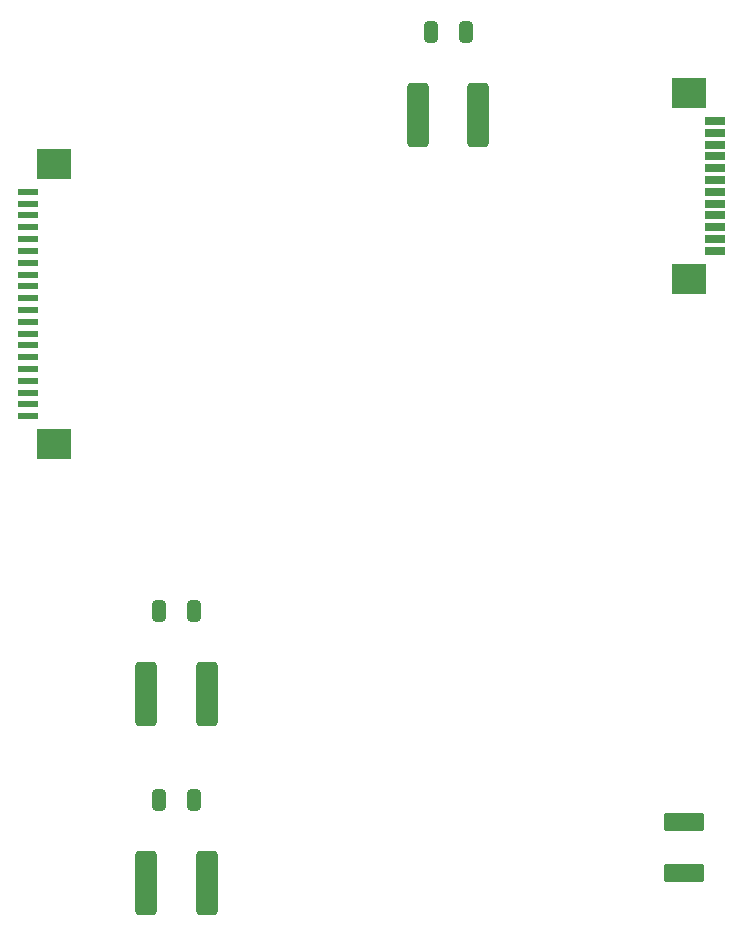
<source format=gbr>
%TF.GenerationSoftware,KiCad,Pcbnew,9.0.6*%
%TF.CreationDate,2025-11-01T18:41:32+03:00*%
%TF.ProjectId,PMPS-20W,504d5053-2d32-4305-972e-6b696361645f,rev?*%
%TF.SameCoordinates,Original*%
%TF.FileFunction,Paste,Top*%
%TF.FilePolarity,Positive*%
%FSLAX46Y46*%
G04 Gerber Fmt 4.6, Leading zero omitted, Abs format (unit mm)*
G04 Created by KiCad (PCBNEW 9.0.6) date 2025-11-01 18:41:32*
%MOMM*%
%LPD*%
G01*
G04 APERTURE LIST*
G04 Aperture macros list*
%AMRoundRect*
0 Rectangle with rounded corners*
0 $1 Rounding radius*
0 $2 $3 $4 $5 $6 $7 $8 $9 X,Y pos of 4 corners*
0 Add a 4 corners polygon primitive as box body*
4,1,4,$2,$3,$4,$5,$6,$7,$8,$9,$2,$3,0*
0 Add four circle primitives for the rounded corners*
1,1,$1+$1,$2,$3*
1,1,$1+$1,$4,$5*
1,1,$1+$1,$6,$7*
1,1,$1+$1,$8,$9*
0 Add four rect primitives between the rounded corners*
20,1,$1+$1,$2,$3,$4,$5,0*
20,1,$1+$1,$4,$5,$6,$7,0*
20,1,$1+$1,$6,$7,$8,$9,0*
20,1,$1+$1,$8,$9,$2,$3,0*%
G04 Aperture macros list end*
%ADD10RoundRect,0.250000X-0.325000X-0.650000X0.325000X-0.650000X0.325000X0.650000X-0.325000X0.650000X0*%
%ADD11RoundRect,0.250000X-0.650000X-2.450000X0.650000X-2.450000X0.650000X2.450000X-0.650000X2.450000X0*%
%ADD12RoundRect,0.250000X1.450000X-0.537500X1.450000X0.537500X-1.450000X0.537500X-1.450000X-0.537500X0*%
%ADD13R,1.803400X0.635000*%
%ADD14R,2.997200X2.590800*%
%ADD15R,1.800000X0.600000*%
%ADD16R,3.000000X2.600000*%
G04 APERTURE END LIST*
D10*
%TO.C,C7*%
X-2475000Y43000000D03*
X475000Y43000000D03*
%TD*%
D11*
%TO.C,C5*%
X-3550000Y36000000D03*
X1550000Y36000000D03*
%TD*%
%TO.C,C3*%
X-26550000Y-29000000D03*
X-21450000Y-29000000D03*
%TD*%
D10*
%TO.C,C4*%
X-25475000Y-6000000D03*
X-22525000Y-6000000D03*
%TD*%
D12*
%TO.C,C1*%
X19000000Y-28137500D03*
X19000000Y-23862500D03*
%TD*%
D13*
%TO.C,J11*%
X21556000Y35499992D03*
X21556000Y34499994D03*
X21556000Y33499996D03*
X21556000Y32499998D03*
X21556000Y31500000D03*
X21556000Y30500000D03*
X21556000Y29500000D03*
X21556000Y28500000D03*
X21556000Y27500002D03*
X21556000Y26500004D03*
X21556000Y25500006D03*
X21556000Y24500008D03*
D14*
X19385999Y37850003D03*
X19385999Y22149997D03*
%TD*%
D15*
%TO.C,JM1*%
X-36546000Y10500000D03*
X-36546000Y11500000D03*
X-36546000Y12500000D03*
X-36546000Y13500000D03*
X-36546000Y14500000D03*
X-36546000Y15500000D03*
X-36546000Y16500000D03*
X-36546000Y17500000D03*
X-36546000Y18500000D03*
X-36546000Y19500000D03*
X-36546000Y20500000D03*
X-36546000Y21500000D03*
X-36546000Y22500000D03*
X-36546000Y23500000D03*
X-36546000Y24500000D03*
X-36546000Y25500000D03*
X-36546000Y26500000D03*
X-36546000Y27500000D03*
X-36546000Y28500000D03*
X-36546000Y29500000D03*
D16*
X-34375000Y8150000D03*
X-34375000Y31850000D03*
%TD*%
D10*
%TO.C,C6*%
X-25475000Y-22000000D03*
X-22525000Y-22000000D03*
%TD*%
D11*
%TO.C,C2*%
X-26550000Y-13000000D03*
X-21450000Y-13000000D03*
%TD*%
M02*

</source>
